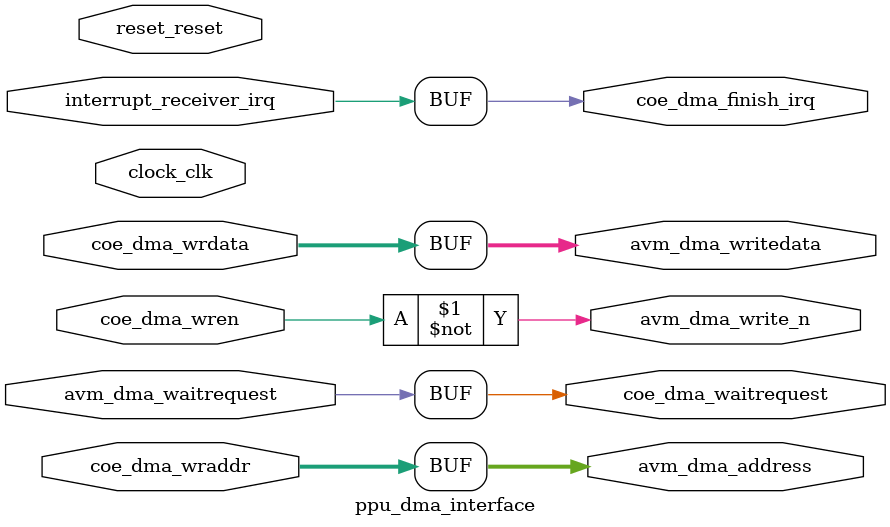
<source format=sv>
/* ppu_dma_interface.sv
 * Exposes the DMA Engine's control registers and interrupt to our custom logic.
 */

module ppu_dma_interface (
    input  logic         clock_clk,
    input  logic         reset_reset,

    // DMA control register access
    output logic [2:0]   avm_dma_address,
    output logic         avm_dma_write_n,
    output logic [31:0]  avm_dma_writedata,
    input  logic         avm_dma_waitrequest,

    // DMA finished interrupt
    input  logic         interrupt_receiver_irq,

    // Conduit exposed to custom FPGA logic
    input  logic [2:0]   coe_dma_wraddr,
    input  logic         coe_dma_wren,
    input  logic [31:0]  coe_dma_wrdata,
    output logic         coe_dma_waitrequest,
    output logic         coe_dma_finish_irq
);

    assign avm_dma_address     = coe_dma_wraddr;
    assign avm_dma_write_n     = ~coe_dma_wren;
    assign avm_dma_writedata   = coe_dma_wrdata;
    assign coe_dma_waitrequest = avm_dma_waitrequest;
    assign coe_dma_finish_irq  = interrupt_receiver_irq;

endmodule : ppu_dma_interface

</source>
